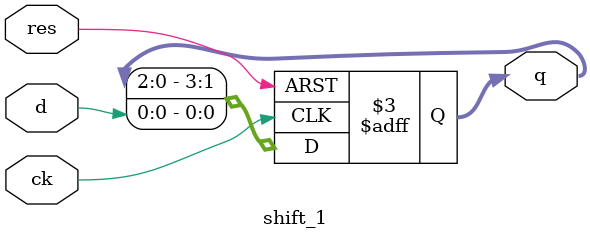
<source format=v>
module shift_1( ck, d, res, q );
    input ck, d, res;
    output [3:0] q;
    reg [3:0] q;

    always @( negedge ck or posedge res)
    begin
        if( res == 1'b1 )
            q <= 4'h0;
    else begin
            q[0] <= d;
            q[1] <= q[0];
            q[2] <= q[1];
            q[3] <= q[2];
        end
    end
endmodule

</source>
